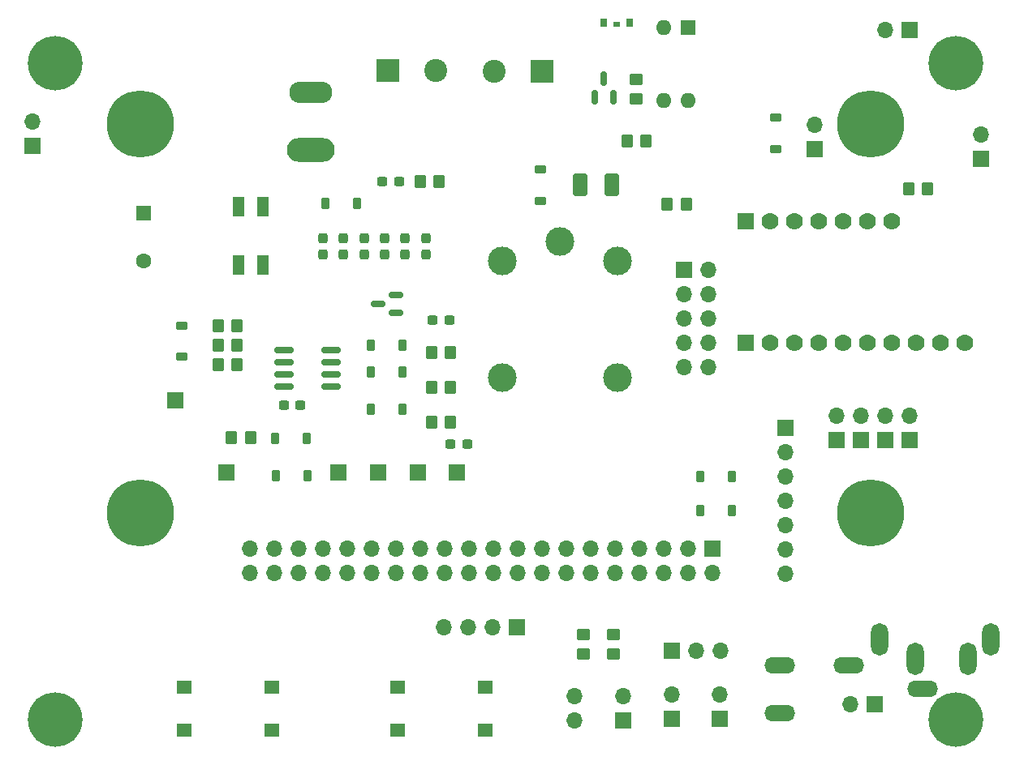
<source format=gbr>
%TF.GenerationSoftware,KiCad,Pcbnew,7.0.2*%
%TF.CreationDate,2024-06-24T19:42:10-07:00*%
%TF.ProjectId,MK-KS-MkIV.kicad_pro,4d4b2d4b-532d-44d6-9b49-562e6b696361,1.0*%
%TF.SameCoordinates,PX3a67068PY9f701d0*%
%TF.FileFunction,Soldermask,Top*%
%TF.FilePolarity,Negative*%
%FSLAX46Y46*%
G04 Gerber Fmt 4.6, Leading zero omitted, Abs format (unit mm)*
G04 Created by KiCad (PCBNEW 7.0.2) date 2024-06-24 19:42:10*
%MOMM*%
%LPD*%
G01*
G04 APERTURE LIST*
G04 Aperture macros list*
%AMRoundRect*
0 Rectangle with rounded corners*
0 $1 Rounding radius*
0 $2 $3 $4 $5 $6 $7 $8 $9 X,Y pos of 4 corners*
0 Add a 4 corners polygon primitive as box body*
4,1,4,$2,$3,$4,$5,$6,$7,$8,$9,$2,$3,0*
0 Add four circle primitives for the rounded corners*
1,1,$1+$1,$2,$3*
1,1,$1+$1,$4,$5*
1,1,$1+$1,$6,$7*
1,1,$1+$1,$8,$9*
0 Add four rect primitives between the rounded corners*
20,1,$1+$1,$2,$3,$4,$5,0*
20,1,$1+$1,$4,$5,$6,$7,0*
20,1,$1+$1,$6,$7,$8,$9,0*
20,1,$1+$1,$8,$9,$2,$3,0*%
G04 Aperture macros list end*
%ADD10RoundRect,0.225000X0.225000X0.375000X-0.225000X0.375000X-0.225000X-0.375000X0.225000X-0.375000X0*%
%ADD11RoundRect,0.250000X-0.350000X-0.450000X0.350000X-0.450000X0.350000X0.450000X-0.350000X0.450000X0*%
%ADD12RoundRect,0.237500X0.237500X-0.300000X0.237500X0.300000X-0.237500X0.300000X-0.237500X-0.300000X0*%
%ADD13R,1.700000X1.700000*%
%ADD14O,1.700000X1.700000*%
%ADD15C,3.000000*%
%ADD16O,3.220000X1.712000*%
%ADD17C,3.600000*%
%ADD18C,5.700000*%
%ADD19RoundRect,0.225000X-0.225000X-0.375000X0.225000X-0.375000X0.225000X0.375000X-0.225000X0.375000X0*%
%ADD20O,1.804000X3.404000*%
%ADD21R,1.200000X1.999982*%
%ADD22RoundRect,0.225000X0.375000X-0.225000X0.375000X0.225000X-0.375000X0.225000X-0.375000X-0.225000X0*%
%ADD23RoundRect,0.250000X0.450000X-0.350000X0.450000X0.350000X-0.450000X0.350000X-0.450000X-0.350000X0*%
%ADD24R,2.400000X2.400000*%
%ADD25C,2.400000*%
%ADD26RoundRect,0.250000X0.350000X0.450000X-0.350000X0.450000X-0.350000X-0.450000X0.350000X-0.450000X0*%
%ADD27R,1.600000X1.600000*%
%ADD28O,1.600000X1.600000*%
%ADD29R,1.778000X1.778000*%
%ADD30C,1.778000*%
%ADD31R,0.710000X0.900000*%
%ADD32R,0.800000X0.600000*%
%ADD33RoundRect,0.237500X0.300000X0.237500X-0.300000X0.237500X-0.300000X-0.237500X0.300000X-0.237500X0*%
%ADD34C,4.700000*%
%ADD35C,7.000000*%
%ADD36RoundRect,0.250001X-0.499999X-0.924999X0.499999X-0.924999X0.499999X0.924999X-0.499999X0.924999X0*%
%ADD37C,1.600000*%
%ADD38O,5.000000X2.500000*%
%ADD39O,4.500000X2.250000*%
%ADD40R,1.600000X1.400000*%
%ADD41RoundRect,0.150000X0.150000X-0.587500X0.150000X0.587500X-0.150000X0.587500X-0.150000X-0.587500X0*%
%ADD42RoundRect,0.225000X-0.375000X0.225000X-0.375000X-0.225000X0.375000X-0.225000X0.375000X0.225000X0*%
%ADD43RoundRect,0.237500X-0.237500X0.300000X-0.237500X-0.300000X0.237500X-0.300000X0.237500X0.300000X0*%
%ADD44RoundRect,0.150000X0.587500X0.150000X-0.587500X0.150000X-0.587500X-0.150000X0.587500X-0.150000X0*%
%ADD45RoundRect,0.150000X0.825000X0.150000X-0.825000X0.150000X-0.825000X-0.150000X0.825000X-0.150000X0*%
%ADD46RoundRect,0.237500X-0.300000X-0.237500X0.300000X-0.237500X0.300000X0.237500X-0.300000X0.237500X0*%
G04 APERTURE END LIST*
D10*
%TO.C,D7*%
X36181200Y32435600D03*
X32881200Y32435600D03*
%TD*%
D11*
%TO.C,R12*%
X39228000Y38312667D03*
X41228000Y38312667D03*
%TD*%
D12*
%TO.C,C7*%
X36508400Y48591300D03*
X36508400Y50316300D03*
%TD*%
D13*
%TO.C,J6*%
X48130600Y9626800D03*
D14*
X45590600Y9626800D03*
X43050600Y9626800D03*
X40510600Y9626800D03*
%TD*%
D13*
%TO.C,J1*%
X76174600Y30486800D03*
D14*
X76174600Y27946800D03*
X76174600Y25406800D03*
X76174600Y22866800D03*
X76174600Y20326800D03*
X76174600Y17786800D03*
X76174600Y15246800D03*
%TD*%
D15*
%TO.C,RLY1*%
X52609000Y49924000D03*
X58609000Y35724000D03*
X46609000Y35724000D03*
X46609000Y47924000D03*
X58609000Y47924000D03*
%TD*%
D13*
%TO.C,TP5*%
X33649200Y25830800D03*
%TD*%
D16*
%TO.C,J3*%
X90482000Y3185000D03*
X75582000Y5685000D03*
X75582000Y685000D03*
X82782000Y5685000D03*
%TD*%
D12*
%TO.C,C5*%
X32208000Y48591300D03*
X32208000Y50316300D03*
%TD*%
D17*
%TO.C,M_KSI4*%
X0Y0D03*
D18*
X0Y0D03*
%TD*%
D19*
%TO.C,D3*%
X28169000Y53949000D03*
X31469000Y53949000D03*
%TD*%
D20*
%TO.C,J7*%
X97610000Y8375000D03*
X95210000Y6375000D03*
X89710000Y6375000D03*
X86010000Y8375000D03*
%TD*%
D13*
%TO.C,JP3*%
X64280600Y112800D03*
D14*
X64280600Y2652800D03*
%TD*%
D21*
%TO.C,D1*%
X21627000Y53611000D03*
X21627000Y47511000D03*
X19087000Y53611000D03*
X19087000Y47511000D03*
%TD*%
D22*
%TO.C,D12*%
X75149600Y59617300D03*
X75149600Y62917300D03*
%TD*%
D13*
%TO.C,JP7*%
X89151600Y29171800D03*
D14*
X89151600Y31711800D03*
%TD*%
D23*
%TO.C,R13*%
X58265600Y6873800D03*
X58265600Y8873800D03*
%TD*%
D24*
%TO.C,ST1*%
X34672000Y67785000D03*
D25*
X39672000Y67785000D03*
%TD*%
D22*
%TO.C,D6*%
X13218600Y37876800D03*
X13218600Y41176800D03*
%TD*%
D13*
%TO.C,TP6*%
X12465000Y33387000D03*
%TD*%
D19*
%TO.C,D11*%
X67267100Y25390800D03*
X70567100Y25390800D03*
%TD*%
D26*
%TO.C,R9*%
X20380600Y29484800D03*
X18380600Y29484800D03*
%TD*%
D27*
%TO.C,SW4*%
X66056000Y72318000D03*
D28*
X63516000Y72318000D03*
X63516000Y64698000D03*
X66056000Y64698000D03*
%TD*%
D12*
%TO.C,C4*%
X30057800Y48591300D03*
X30057800Y50316300D03*
%TD*%
D19*
%TO.C,D8*%
X32881200Y36272600D03*
X36181200Y36272600D03*
%TD*%
D29*
%TO.C,U1*%
X72004600Y52028800D03*
X72050600Y39328800D03*
D30*
X74544600Y52028800D03*
X74590600Y39328800D03*
X77084600Y52028800D03*
X77130600Y39328800D03*
X79624600Y52028800D03*
X79670600Y39328800D03*
X82164600Y52028800D03*
X82210600Y39328800D03*
X84704600Y52028800D03*
X84750600Y39328800D03*
X87244600Y52028800D03*
X87290600Y39328800D03*
X94910600Y39328800D03*
X92370600Y39328800D03*
X89830600Y39328800D03*
%TD*%
D13*
%TO.C,TP1*%
X41923600Y25830800D03*
%TD*%
D31*
%TO.C,LED1*%
X57197000Y72794000D03*
X59897000Y72794000D03*
D32*
X58547000Y72644000D03*
%TD*%
D33*
%TO.C,C10*%
X25586500Y32880000D03*
X23861500Y32880000D03*
%TD*%
D26*
%TO.C,R11*%
X41228000Y31038000D03*
X39228000Y31038000D03*
%TD*%
%TO.C,R2*%
X61638600Y60464800D03*
X59638600Y60464800D03*
%TD*%
D13*
%TO.C,OPa1*%
X96577600Y58585800D03*
D14*
X96577600Y61125800D03*
%TD*%
D11*
%TO.C,R1*%
X89020600Y55469800D03*
X91020600Y55469800D03*
%TD*%
D13*
%TO.C,TP2*%
X17811200Y25830800D03*
%TD*%
D11*
%TO.C,R10*%
X39228000Y34675334D03*
X41228000Y34675334D03*
%TD*%
D17*
%TO.C,M_KSI1*%
X0Y68580000D03*
D18*
X0Y68580000D03*
%TD*%
D13*
%TO.C,OP1*%
X64288600Y7199800D03*
D14*
X66828600Y7199800D03*
X69368600Y7199800D03*
%TD*%
D13*
%TO.C,TP4*%
X29548600Y25830800D03*
%TD*%
D11*
%TO.C,R8*%
X16957600Y37105800D03*
X18957600Y37105800D03*
%TD*%
D12*
%TO.C,C3*%
X27907600Y48591300D03*
X27907600Y50316300D03*
%TD*%
D33*
%TO.C,C2*%
X35861100Y56172800D03*
X34136100Y56172800D03*
%TD*%
D19*
%TO.C,D4*%
X22980600Y25477800D03*
X26280600Y25477800D03*
%TD*%
D13*
%TO.C,JP6*%
X86611600Y29171800D03*
D14*
X86611600Y31711800D03*
%TD*%
D26*
%TO.C,R7*%
X18957600Y39107800D03*
X16957600Y39107800D03*
%TD*%
D34*
%TO.C,SHLD-1*%
X8890000Y62230000D03*
D35*
X8890000Y62230000D03*
%TD*%
D36*
%TO.C,C12*%
X54767000Y55830000D03*
X58017000Y55830000D03*
%TD*%
D11*
%TO.C,R14*%
X38036600Y56170800D03*
X40036600Y56170800D03*
%TD*%
D34*
%TO.C,SHLD-2*%
X85090000Y62230000D03*
D35*
X85090000Y62230000D03*
%TD*%
D14*
%TO.C,SW1*%
X59222600Y2413800D03*
D13*
X59222600Y-126200D03*
D14*
X54142600Y2413800D03*
X54142600Y-126200D03*
%TD*%
D27*
%TO.C,C1*%
X9214000Y52878651D03*
D37*
X9214000Y47878651D03*
%TD*%
D23*
%TO.C,R4*%
X60638600Y64862800D03*
X60638600Y66862800D03*
%TD*%
D13*
%TO.C,JP2*%
X69350600Y112800D03*
D14*
X69350600Y2652800D03*
%TD*%
D13*
%TO.C,JP1*%
X85488600Y1620800D03*
D14*
X82948600Y1620800D03*
%TD*%
D38*
%TO.C,J2*%
X26617000Y59490000D03*
D39*
X26617000Y65490000D03*
%TD*%
D40*
%TO.C,SW3*%
X35747600Y3413800D03*
X44847600Y3377800D03*
X35747600Y-1086200D03*
X44847600Y-1122200D03*
%TD*%
D13*
%TO.C,J4*%
X65555600Y46990000D03*
D14*
X65555600Y44450000D03*
X65555600Y41910000D03*
X65555600Y39370000D03*
X65555600Y36830000D03*
X68095600Y46990000D03*
X68095600Y44450000D03*
X68095600Y41910000D03*
X68095600Y39370000D03*
X68095600Y36830000D03*
%TD*%
D17*
%TO.C,M_KSI2*%
X93980000Y68580000D03*
D18*
X93980000Y68580000D03*
%TD*%
D24*
%TO.C,ST2*%
X50740000Y67740000D03*
D25*
X45740000Y67740000D03*
%TD*%
D34*
%TO.C,SHLD-4*%
X8890000Y21590000D03*
D35*
X8890000Y21590000D03*
%TD*%
D12*
%TO.C,C6*%
X34358200Y48591300D03*
X34358200Y50316300D03*
%TD*%
D19*
%TO.C,D9*%
X32881200Y39118800D03*
X36181200Y39118800D03*
%TD*%
D13*
%TO.C,JP8*%
X79261600Y59553800D03*
D14*
X79261600Y62093800D03*
%TD*%
D13*
%TO.C,TP3*%
X37855600Y25830800D03*
%TD*%
D40*
%TO.C,SW2*%
X13467600Y3413800D03*
X22567600Y3377800D03*
X13467600Y-1086200D03*
X22567600Y-1122200D03*
%TD*%
D23*
%TO.C,R15*%
X55113600Y6873800D03*
X55113600Y8873800D03*
%TD*%
D19*
%TO.C,D10*%
X67267100Y21841800D03*
X70567100Y21841800D03*
%TD*%
D11*
%TO.C,R6*%
X16957600Y41109800D03*
X18957600Y41109800D03*
%TD*%
D41*
%TO.C,Q2*%
X56284600Y65052300D03*
X58184600Y65052300D03*
X57234600Y66927300D03*
%TD*%
D13*
%TO.C,JP10*%
X-2387000Y59961000D03*
D14*
X-2387000Y62501000D03*
%TD*%
D42*
%TO.C,D2*%
X50625000Y57457500D03*
X50625000Y54157500D03*
%TD*%
D26*
%TO.C,R5*%
X65850000Y53821000D03*
X63850000Y53821000D03*
%TD*%
D17*
%TO.C,M_KSI3*%
X93980000Y0D03*
D18*
X93980000Y0D03*
%TD*%
D13*
%TO.C,JP9*%
X89125000Y72011000D03*
D14*
X86585000Y72011000D03*
%TD*%
D13*
%TO.C,JP5*%
X84071600Y29171800D03*
D14*
X84071600Y31711800D03*
%TD*%
D43*
%TO.C,C8*%
X38658600Y50316300D03*
X38658600Y48591300D03*
%TD*%
D13*
%TO.C,JP4*%
X81531600Y29171800D03*
D14*
X81531600Y31711800D03*
%TD*%
D34*
%TO.C,SHLD-3*%
X85090000Y21590000D03*
D35*
X85090000Y21590000D03*
%TD*%
D44*
%TO.C,Q1*%
X35552600Y42457800D03*
X35552600Y44357800D03*
X33677600Y43407800D03*
%TD*%
D10*
%TO.C,D5*%
X26235600Y29381800D03*
X22935600Y29381800D03*
%TD*%
D33*
%TO.C,C11*%
X42962500Y28794000D03*
X41237500Y28794000D03*
%TD*%
D45*
%TO.C,U4*%
X28774600Y34812800D03*
X28774600Y36082800D03*
X28774600Y37352800D03*
X28774600Y38622800D03*
X23824600Y38622800D03*
X23824600Y37352800D03*
X23824600Y36082800D03*
X23824600Y34812800D03*
%TD*%
D46*
%TO.C,C9*%
X39365500Y41730000D03*
X41090500Y41730000D03*
%TD*%
D13*
%TO.C,J5*%
X68561600Y17874800D03*
D14*
X68561600Y15334800D03*
X66021600Y17874800D03*
X66021600Y15334800D03*
X63481600Y17874800D03*
X63481600Y15334800D03*
X60941600Y17874800D03*
X60941600Y15334800D03*
X58401600Y17874800D03*
X58401600Y15334800D03*
X55861600Y17874800D03*
X55861600Y15334800D03*
X53321600Y17874800D03*
X53321600Y15334800D03*
X50781600Y17874800D03*
X50781600Y15334800D03*
X48241600Y17874800D03*
X48241600Y15334800D03*
X45701600Y17874800D03*
X45701600Y15334800D03*
X43161600Y17874800D03*
X43161600Y15334800D03*
X40621600Y17874800D03*
X40621600Y15334800D03*
X38081600Y17874800D03*
X38081600Y15334800D03*
X35541600Y17874800D03*
X35541600Y15334800D03*
X33001600Y17874800D03*
X33001600Y15334800D03*
X30461600Y17874800D03*
X30461600Y15334800D03*
X27921600Y17874800D03*
X27921600Y15334800D03*
X25381600Y17874800D03*
X25381600Y15334800D03*
X22841600Y17874800D03*
X22841600Y15334800D03*
X20301600Y17874800D03*
X20301600Y15334800D03*
%TD*%
M02*

</source>
